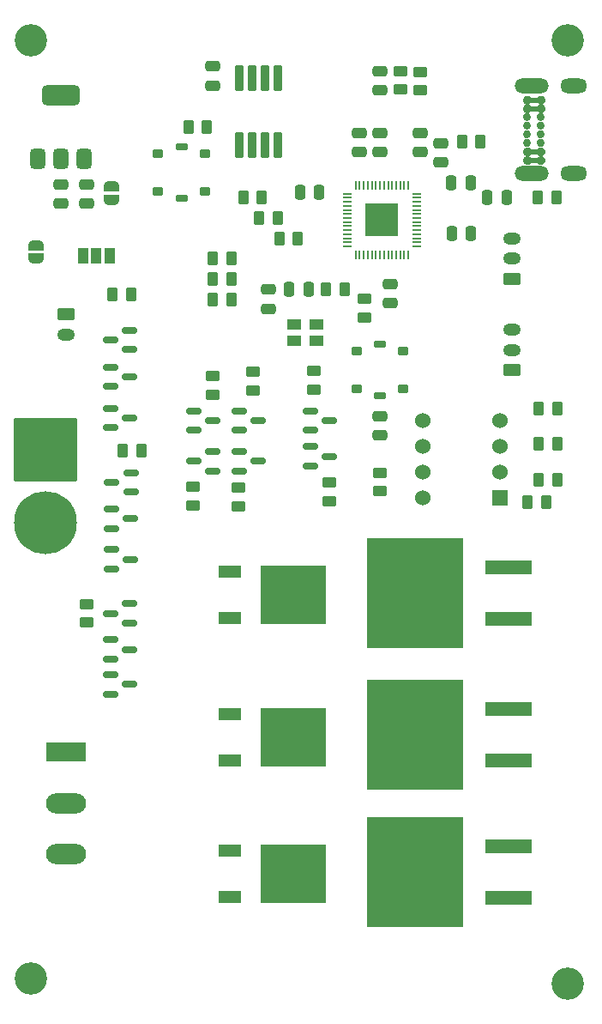
<source format=gts>
%TF.GenerationSoftware,KiCad,Pcbnew,8.0.5*%
%TF.CreationDate,2024-11-27T15:50:39+01:00*%
%TF.ProjectId,escPCB,65736350-4342-42e6-9b69-6361645f7063,rev?*%
%TF.SameCoordinates,Original*%
%TF.FileFunction,Soldermask,Top*%
%TF.FilePolarity,Negative*%
%FSLAX46Y46*%
G04 Gerber Fmt 4.6, Leading zero omitted, Abs format (unit mm)*
G04 Created by KiCad (PCBNEW 8.0.5) date 2024-11-27 15:50:39*
%MOMM*%
%LPD*%
G01*
G04 APERTURE LIST*
G04 Aperture macros list*
%AMRoundRect*
0 Rectangle with rounded corners*
0 $1 Rounding radius*
0 $2 $3 $4 $5 $6 $7 $8 $9 X,Y pos of 4 corners*
0 Add a 4 corners polygon primitive as box body*
4,1,4,$2,$3,$4,$5,$6,$7,$8,$9,$2,$3,0*
0 Add four circle primitives for the rounded corners*
1,1,$1+$1,$2,$3*
1,1,$1+$1,$4,$5*
1,1,$1+$1,$6,$7*
1,1,$1+$1,$8,$9*
0 Add four rect primitives between the rounded corners*
20,1,$1+$1,$2,$3,$4,$5,0*
20,1,$1+$1,$4,$5,$6,$7,0*
20,1,$1+$1,$6,$7,$8,$9,0*
20,1,$1+$1,$8,$9,$2,$3,0*%
%AMFreePoly0*
4,1,19,0.000000,0.744911,0.071157,0.744911,0.207708,0.704816,0.327430,0.627875,0.420627,0.520320,0.479746,0.390866,0.500000,0.250000,0.500000,-0.250000,0.479746,-0.390866,0.420627,-0.520320,0.327430,-0.627875,0.207708,-0.704816,0.071157,-0.744911,0.000000,-0.744911,0.000000,-0.750000,-0.500000,-0.750000,-0.500000,0.750000,0.000000,0.750000,0.000000,0.744911,0.000000,0.744911,
$1*%
%AMFreePoly1*
4,1,19,0.500000,-0.750000,0.000000,-0.750000,0.000000,-0.744911,-0.071157,-0.744911,-0.207708,-0.704816,-0.327430,-0.627875,-0.420627,-0.520320,-0.479746,-0.390866,-0.500000,-0.250000,-0.500000,0.250000,-0.479746,0.390866,-0.420627,0.520320,-0.327430,0.627875,-0.207708,0.704816,-0.071157,0.744911,0.000000,0.744911,0.000000,0.750000,0.500000,0.750000,0.500000,-0.750000,0.500000,-0.750000,
$1*%
G04 Aperture macros list end*
%ADD10C,0.387500*%
%ADD11C,0.010000*%
%ADD12RoundRect,0.250000X0.475000X-0.250000X0.475000X0.250000X-0.475000X0.250000X-0.475000X-0.250000X0*%
%ADD13R,1.400000X1.100000*%
%ADD14RoundRect,0.102000X-0.300000X-1.143000X0.300000X-1.143000X0.300000X1.143000X-0.300000X1.143000X0*%
%ADD15RoundRect,0.250000X-0.450000X0.262500X-0.450000X-0.262500X0.450000X-0.262500X0.450000X0.262500X0*%
%ADD16O,1.750000X1.200000*%
%ADD17RoundRect,0.250000X0.625000X-0.350000X0.625000X0.350000X-0.625000X0.350000X-0.625000X-0.350000X0*%
%ADD18RoundRect,0.250000X0.262500X0.450000X-0.262500X0.450000X-0.262500X-0.450000X0.262500X-0.450000X0*%
%ADD19RoundRect,0.150000X0.587500X0.150000X-0.587500X0.150000X-0.587500X-0.150000X0.587500X-0.150000X0*%
%ADD20RoundRect,0.250000X-0.262500X-0.450000X0.262500X-0.450000X0.262500X0.450000X-0.262500X0.450000X0*%
%ADD21RoundRect,0.102000X-0.500000X-0.225000X0.500000X-0.225000X0.500000X0.225000X-0.500000X0.225000X0*%
%ADD22RoundRect,0.102000X-0.400000X-0.300000X0.400000X-0.300000X0.400000X0.300000X-0.400000X0.300000X0*%
%ADD23RoundRect,0.250000X-0.250000X-0.475000X0.250000X-0.475000X0.250000X0.475000X-0.250000X0.475000X0*%
%ADD24RoundRect,0.150000X-0.587500X-0.150000X0.587500X-0.150000X0.587500X0.150000X-0.587500X0.150000X0*%
%ADD25RoundRect,0.250000X-0.475000X0.250000X-0.475000X-0.250000X0.475000X-0.250000X0.475000X0.250000X0*%
%ADD26FreePoly0,90.000000*%
%ADD27FreePoly1,90.000000*%
%ADD28RoundRect,0.250000X0.250000X0.475000X-0.250000X0.475000X-0.250000X-0.475000X0.250000X-0.475000X0*%
%ADD29R,2.200000X1.200000*%
%ADD30R,6.400000X5.800000*%
%ADD31R,1.000000X1.500000*%
%ADD32O,3.960000X1.980000*%
%ADD33R,3.960000X1.980000*%
%ADD34RoundRect,0.102000X-3.000000X3.000000X-3.000000X-3.000000X3.000000X-3.000000X3.000000X3.000000X0*%
%ADD35C,6.204000*%
%ADD36C,3.200000*%
%ADD37FreePoly0,270.000000*%
%ADD38FreePoly1,270.000000*%
%ADD39R,4.600000X1.350000*%
%ADD40R,9.500000X10.900000*%
%ADD41RoundRect,0.375000X0.375000X-0.625000X0.375000X0.625000X-0.375000X0.625000X-0.375000X-0.625000X0*%
%ADD42RoundRect,0.500000X1.400000X-0.500000X1.400000X0.500000X-1.400000X0.500000X-1.400000X-0.500000X0*%
%ADD43C,1.524000*%
%ADD44R,1.524000X1.524000*%
%ADD45R,3.200000X3.200000*%
%ADD46RoundRect,0.050000X-0.050000X-0.387500X0.050000X-0.387500X0.050000X0.387500X-0.050000X0.387500X0*%
%ADD47RoundRect,0.050000X-0.387500X-0.050000X0.387500X-0.050000X0.387500X0.050000X-0.387500X0.050000X0*%
%ADD48RoundRect,0.250000X-0.625000X0.350000X-0.625000X-0.350000X0.625000X-0.350000X0.625000X0.350000X0*%
%ADD49O,2.652400X1.452400*%
%ADD50O,3.352400X1.452400*%
G04 APERTURE END LIST*
D10*
%TO.C,J2*%
X112703750Y-60045000D02*
G75*
G02*
X112316250Y-60045000I-193750J0D01*
G01*
X112316250Y-60045000D02*
G75*
G02*
X112703750Y-60045000I193750J0D01*
G01*
X112703750Y-60895000D02*
G75*
G02*
X112316250Y-60895000I-193750J0D01*
G01*
X112316250Y-60895000D02*
G75*
G02*
X112703750Y-60895000I193750J0D01*
G01*
X112703750Y-61745000D02*
G75*
G02*
X112316250Y-61745000I-193750J0D01*
G01*
X112316250Y-61745000D02*
G75*
G02*
X112703750Y-61745000I193750J0D01*
G01*
X112703750Y-62595000D02*
G75*
G02*
X112316250Y-62595000I-193750J0D01*
G01*
X112316250Y-62595000D02*
G75*
G02*
X112703750Y-62595000I193750J0D01*
G01*
X114053750Y-60045000D02*
G75*
G02*
X113666250Y-60045000I-193750J0D01*
G01*
X113666250Y-60045000D02*
G75*
G02*
X114053750Y-60045000I193750J0D01*
G01*
X114053750Y-60895000D02*
G75*
G02*
X113666250Y-60895000I-193750J0D01*
G01*
X113666250Y-60895000D02*
G75*
G02*
X114053750Y-60895000I193750J0D01*
G01*
X114053750Y-61745000D02*
G75*
G02*
X113666250Y-61745000I-193750J0D01*
G01*
X113666250Y-61745000D02*
G75*
G02*
X114053750Y-61745000I193750J0D01*
G01*
X114053750Y-62595000D02*
G75*
G02*
X113666250Y-62595000I-193750J0D01*
G01*
X113666250Y-62595000D02*
G75*
G02*
X114053750Y-62595000I193750J0D01*
G01*
D11*
X113938000Y-57965000D02*
X114001000Y-57984000D01*
X114061000Y-58014000D01*
X114114000Y-58053000D01*
X114160000Y-58100000D01*
X114198000Y-58155000D01*
X114225000Y-58215000D01*
X114242000Y-58279000D01*
X114248000Y-58345000D01*
X114242000Y-58411000D01*
X114225000Y-58475000D01*
X114198000Y-58535000D01*
X114160000Y-58590000D01*
X114114000Y-58637000D01*
X114061000Y-58676000D01*
X114001000Y-58706000D01*
X113938000Y-58725000D01*
X113872000Y-58732000D01*
X113806000Y-58729000D01*
X113742000Y-58714000D01*
X113680000Y-58688000D01*
X113625000Y-58653000D01*
X113576000Y-58608000D01*
X113537000Y-58559000D01*
X112833380Y-58558500D01*
X112833000Y-58559000D01*
X112794000Y-58608000D01*
X112745000Y-58653000D01*
X112690000Y-58688000D01*
X112628000Y-58714000D01*
X112564000Y-58729000D01*
X112498000Y-58732000D01*
X112432000Y-58725000D01*
X112369000Y-58706000D01*
X112309000Y-58676000D01*
X112256000Y-58637000D01*
X112210000Y-58590000D01*
X112172000Y-58535000D01*
X112145000Y-58475000D01*
X112128000Y-58411000D01*
X112122000Y-58345000D01*
X112128000Y-58279000D01*
X112145000Y-58215000D01*
X112172000Y-58155000D01*
X112210000Y-58100000D01*
X112256000Y-58053000D01*
X112309000Y-58014000D01*
X112369000Y-57984000D01*
X112432000Y-57965000D01*
X112498000Y-57958000D01*
X112564000Y-57961000D01*
X112628000Y-57976000D01*
X112690000Y-58002000D01*
X112745000Y-58037000D01*
X112794000Y-58082000D01*
X112833000Y-58132000D01*
X113537000Y-58132000D01*
X113576000Y-58082000D01*
X113625000Y-58037000D01*
X113680000Y-58002000D01*
X113742000Y-57976000D01*
X113806000Y-57961000D01*
X113872000Y-57958000D01*
X113938000Y-57965000D01*
G36*
X113938000Y-57965000D02*
G01*
X114001000Y-57984000D01*
X114061000Y-58014000D01*
X114114000Y-58053000D01*
X114160000Y-58100000D01*
X114198000Y-58155000D01*
X114225000Y-58215000D01*
X114242000Y-58279000D01*
X114248000Y-58345000D01*
X114242000Y-58411000D01*
X114225000Y-58475000D01*
X114198000Y-58535000D01*
X114160000Y-58590000D01*
X114114000Y-58637000D01*
X114061000Y-58676000D01*
X114001000Y-58706000D01*
X113938000Y-58725000D01*
X113872000Y-58732000D01*
X113806000Y-58729000D01*
X113742000Y-58714000D01*
X113680000Y-58688000D01*
X113625000Y-58653000D01*
X113576000Y-58608000D01*
X113537000Y-58559000D01*
X112833380Y-58558500D01*
X112833000Y-58559000D01*
X112794000Y-58608000D01*
X112745000Y-58653000D01*
X112690000Y-58688000D01*
X112628000Y-58714000D01*
X112564000Y-58729000D01*
X112498000Y-58732000D01*
X112432000Y-58725000D01*
X112369000Y-58706000D01*
X112309000Y-58676000D01*
X112256000Y-58637000D01*
X112210000Y-58590000D01*
X112172000Y-58535000D01*
X112145000Y-58475000D01*
X112128000Y-58411000D01*
X112122000Y-58345000D01*
X112128000Y-58279000D01*
X112145000Y-58215000D01*
X112172000Y-58155000D01*
X112210000Y-58100000D01*
X112256000Y-58053000D01*
X112309000Y-58014000D01*
X112369000Y-57984000D01*
X112432000Y-57965000D01*
X112498000Y-57958000D01*
X112564000Y-57961000D01*
X112628000Y-57976000D01*
X112690000Y-58002000D01*
X112745000Y-58037000D01*
X112794000Y-58082000D01*
X112833000Y-58132000D01*
X113537000Y-58132000D01*
X113576000Y-58082000D01*
X113625000Y-58037000D01*
X113680000Y-58002000D01*
X113742000Y-57976000D01*
X113806000Y-57961000D01*
X113872000Y-57958000D01*
X113938000Y-57965000D01*
G37*
X113938000Y-63915000D02*
X114001000Y-63934000D01*
X114061000Y-63964000D01*
X114114000Y-64003000D01*
X114160000Y-64050000D01*
X114198000Y-64105000D01*
X114225000Y-64165000D01*
X114242000Y-64229000D01*
X114248000Y-64295000D01*
X114242000Y-64361000D01*
X114225000Y-64425000D01*
X114198000Y-64485000D01*
X114160000Y-64540000D01*
X114114000Y-64587000D01*
X114061000Y-64626000D01*
X114001000Y-64656000D01*
X113938000Y-64675000D01*
X113872000Y-64682000D01*
X113806000Y-64679000D01*
X113742000Y-64664000D01*
X113680000Y-64638000D01*
X113625000Y-64603000D01*
X113576000Y-64558000D01*
X113537000Y-64508000D01*
X112833380Y-64508500D01*
X112833000Y-64508000D01*
X112794000Y-64558000D01*
X112745000Y-64603000D01*
X112690000Y-64638000D01*
X112628000Y-64664000D01*
X112564000Y-64679000D01*
X112498000Y-64682000D01*
X112432000Y-64675000D01*
X112369000Y-64656000D01*
X112309000Y-64626000D01*
X112256000Y-64587000D01*
X112210000Y-64540000D01*
X112172000Y-64485000D01*
X112145000Y-64425000D01*
X112128000Y-64361000D01*
X112122000Y-64295000D01*
X112128000Y-64229000D01*
X112145000Y-64165000D01*
X112172000Y-64105000D01*
X112210000Y-64050000D01*
X112256000Y-64003000D01*
X112309000Y-63964000D01*
X112369000Y-63934000D01*
X112432000Y-63915000D01*
X112498000Y-63908000D01*
X112564000Y-63911000D01*
X112628000Y-63926000D01*
X112690000Y-63952000D01*
X112745000Y-63987000D01*
X112794000Y-64032000D01*
X112833000Y-64081000D01*
X113537000Y-64081000D01*
X113576000Y-64032000D01*
X113625000Y-63987000D01*
X113680000Y-63952000D01*
X113742000Y-63926000D01*
X113806000Y-63911000D01*
X113872000Y-63908000D01*
X113938000Y-63915000D01*
G36*
X113938000Y-63915000D02*
G01*
X114001000Y-63934000D01*
X114061000Y-63964000D01*
X114114000Y-64003000D01*
X114160000Y-64050000D01*
X114198000Y-64105000D01*
X114225000Y-64165000D01*
X114242000Y-64229000D01*
X114248000Y-64295000D01*
X114242000Y-64361000D01*
X114225000Y-64425000D01*
X114198000Y-64485000D01*
X114160000Y-64540000D01*
X114114000Y-64587000D01*
X114061000Y-64626000D01*
X114001000Y-64656000D01*
X113938000Y-64675000D01*
X113872000Y-64682000D01*
X113806000Y-64679000D01*
X113742000Y-64664000D01*
X113680000Y-64638000D01*
X113625000Y-64603000D01*
X113576000Y-64558000D01*
X113537000Y-64508000D01*
X112833380Y-64508500D01*
X112833000Y-64508000D01*
X112794000Y-64558000D01*
X112745000Y-64603000D01*
X112690000Y-64638000D01*
X112628000Y-64664000D01*
X112564000Y-64679000D01*
X112498000Y-64682000D01*
X112432000Y-64675000D01*
X112369000Y-64656000D01*
X112309000Y-64626000D01*
X112256000Y-64587000D01*
X112210000Y-64540000D01*
X112172000Y-64485000D01*
X112145000Y-64425000D01*
X112128000Y-64361000D01*
X112122000Y-64295000D01*
X112128000Y-64229000D01*
X112145000Y-64165000D01*
X112172000Y-64105000D01*
X112210000Y-64050000D01*
X112256000Y-64003000D01*
X112309000Y-63964000D01*
X112369000Y-63934000D01*
X112432000Y-63915000D01*
X112498000Y-63908000D01*
X112564000Y-63911000D01*
X112628000Y-63926000D01*
X112690000Y-63952000D01*
X112745000Y-63987000D01*
X112794000Y-64032000D01*
X112833000Y-64081000D01*
X113537000Y-64081000D01*
X113576000Y-64032000D01*
X113625000Y-63987000D01*
X113680000Y-63952000D01*
X113742000Y-63926000D01*
X113806000Y-63911000D01*
X113872000Y-63908000D01*
X113938000Y-63915000D01*
G37*
X113938000Y-58815000D02*
X114001000Y-58834000D01*
X114061000Y-58864000D01*
X114114000Y-58903000D01*
X114160000Y-58950000D01*
X114198000Y-59005000D01*
X114225000Y-59065000D01*
X114242000Y-59129000D01*
X114248000Y-59195000D01*
X114242000Y-59261000D01*
X114225000Y-59325000D01*
X114198000Y-59385000D01*
X114160000Y-59440000D01*
X114114000Y-59487000D01*
X114061000Y-59526000D01*
X114001000Y-59556000D01*
X113938000Y-59575000D01*
X113872000Y-59582000D01*
X113806000Y-59579000D01*
X113742000Y-59564000D01*
X113680000Y-59538000D01*
X113625000Y-59503000D01*
X113576000Y-59458000D01*
X113537000Y-59409000D01*
X112833000Y-59409000D01*
X112794000Y-59458000D01*
X112745000Y-59503000D01*
X112690000Y-59538000D01*
X112628000Y-59564000D01*
X112564000Y-59579000D01*
X112498000Y-59582000D01*
X112432000Y-59575000D01*
X112369000Y-59556000D01*
X112309000Y-59526000D01*
X112256000Y-59487000D01*
X112210000Y-59440000D01*
X112172000Y-59385000D01*
X112145000Y-59325000D01*
X112128000Y-59261000D01*
X112122000Y-59195000D01*
X112128000Y-59129000D01*
X112145000Y-59065000D01*
X112172000Y-59005000D01*
X112210000Y-58950000D01*
X112256000Y-58903000D01*
X112309000Y-58864000D01*
X112369000Y-58834000D01*
X112432000Y-58815000D01*
X112498000Y-58808000D01*
X112564000Y-58811000D01*
X112628000Y-58826000D01*
X112690000Y-58852000D01*
X112745000Y-58887000D01*
X112794000Y-58932000D01*
X112833000Y-58982000D01*
X113537000Y-58982000D01*
X113536620Y-58981500D01*
X113576000Y-58932000D01*
X113625000Y-58887000D01*
X113680000Y-58852000D01*
X113742000Y-58826000D01*
X113806000Y-58811000D01*
X113872000Y-58808000D01*
X113938000Y-58815000D01*
G36*
X113938000Y-58815000D02*
G01*
X114001000Y-58834000D01*
X114061000Y-58864000D01*
X114114000Y-58903000D01*
X114160000Y-58950000D01*
X114198000Y-59005000D01*
X114225000Y-59065000D01*
X114242000Y-59129000D01*
X114248000Y-59195000D01*
X114242000Y-59261000D01*
X114225000Y-59325000D01*
X114198000Y-59385000D01*
X114160000Y-59440000D01*
X114114000Y-59487000D01*
X114061000Y-59526000D01*
X114001000Y-59556000D01*
X113938000Y-59575000D01*
X113872000Y-59582000D01*
X113806000Y-59579000D01*
X113742000Y-59564000D01*
X113680000Y-59538000D01*
X113625000Y-59503000D01*
X113576000Y-59458000D01*
X113537000Y-59409000D01*
X112833000Y-59409000D01*
X112794000Y-59458000D01*
X112745000Y-59503000D01*
X112690000Y-59538000D01*
X112628000Y-59564000D01*
X112564000Y-59579000D01*
X112498000Y-59582000D01*
X112432000Y-59575000D01*
X112369000Y-59556000D01*
X112309000Y-59526000D01*
X112256000Y-59487000D01*
X112210000Y-59440000D01*
X112172000Y-59385000D01*
X112145000Y-59325000D01*
X112128000Y-59261000D01*
X112122000Y-59195000D01*
X112128000Y-59129000D01*
X112145000Y-59065000D01*
X112172000Y-59005000D01*
X112210000Y-58950000D01*
X112256000Y-58903000D01*
X112309000Y-58864000D01*
X112369000Y-58834000D01*
X112432000Y-58815000D01*
X112498000Y-58808000D01*
X112564000Y-58811000D01*
X112628000Y-58826000D01*
X112690000Y-58852000D01*
X112745000Y-58887000D01*
X112794000Y-58932000D01*
X112833000Y-58982000D01*
X113537000Y-58982000D01*
X113536620Y-58981500D01*
X113576000Y-58932000D01*
X113625000Y-58887000D01*
X113680000Y-58852000D01*
X113742000Y-58826000D01*
X113806000Y-58811000D01*
X113872000Y-58808000D01*
X113938000Y-58815000D01*
G37*
X113938000Y-63065000D02*
X114001000Y-63084000D01*
X114061000Y-63114000D01*
X114114000Y-63153000D01*
X114160000Y-63200000D01*
X114198000Y-63255000D01*
X114225000Y-63315000D01*
X114242000Y-63379000D01*
X114248000Y-63445000D01*
X114242000Y-63511000D01*
X114225000Y-63575000D01*
X114198000Y-63635000D01*
X114160000Y-63690000D01*
X114114000Y-63737000D01*
X114061000Y-63776000D01*
X114001000Y-63806000D01*
X113938000Y-63825000D01*
X113872000Y-63832000D01*
X113806000Y-63829000D01*
X113742000Y-63814000D01*
X113680000Y-63788000D01*
X113625000Y-63753000D01*
X113576000Y-63708000D01*
X113537000Y-63658000D01*
X112833000Y-63658000D01*
X112794000Y-63708000D01*
X112745000Y-63753000D01*
X112690000Y-63788000D01*
X112628000Y-63814000D01*
X112564000Y-63829000D01*
X112498000Y-63832000D01*
X112432000Y-63825000D01*
X112369000Y-63806000D01*
X112309000Y-63776000D01*
X112256000Y-63737000D01*
X112210000Y-63690000D01*
X112172000Y-63635000D01*
X112145000Y-63575000D01*
X112128000Y-63511000D01*
X112122000Y-63445000D01*
X112128000Y-63379000D01*
X112145000Y-63315000D01*
X112172000Y-63255000D01*
X112210000Y-63200000D01*
X112256000Y-63153000D01*
X112309000Y-63114000D01*
X112369000Y-63084000D01*
X112432000Y-63065000D01*
X112498000Y-63058000D01*
X112564000Y-63061000D01*
X112628000Y-63076000D01*
X112690000Y-63102000D01*
X112745000Y-63137000D01*
X112794000Y-63182000D01*
X112833000Y-63231000D01*
X113537000Y-63231000D01*
X113536620Y-63231500D01*
X113576000Y-63182000D01*
X113625000Y-63137000D01*
X113680000Y-63102000D01*
X113742000Y-63076000D01*
X113806000Y-63061000D01*
X113872000Y-63058000D01*
X113938000Y-63065000D01*
G36*
X113938000Y-63065000D02*
G01*
X114001000Y-63084000D01*
X114061000Y-63114000D01*
X114114000Y-63153000D01*
X114160000Y-63200000D01*
X114198000Y-63255000D01*
X114225000Y-63315000D01*
X114242000Y-63379000D01*
X114248000Y-63445000D01*
X114242000Y-63511000D01*
X114225000Y-63575000D01*
X114198000Y-63635000D01*
X114160000Y-63690000D01*
X114114000Y-63737000D01*
X114061000Y-63776000D01*
X114001000Y-63806000D01*
X113938000Y-63825000D01*
X113872000Y-63832000D01*
X113806000Y-63829000D01*
X113742000Y-63814000D01*
X113680000Y-63788000D01*
X113625000Y-63753000D01*
X113576000Y-63708000D01*
X113537000Y-63658000D01*
X112833000Y-63658000D01*
X112794000Y-63708000D01*
X112745000Y-63753000D01*
X112690000Y-63788000D01*
X112628000Y-63814000D01*
X112564000Y-63829000D01*
X112498000Y-63832000D01*
X112432000Y-63825000D01*
X112369000Y-63806000D01*
X112309000Y-63776000D01*
X112256000Y-63737000D01*
X112210000Y-63690000D01*
X112172000Y-63635000D01*
X112145000Y-63575000D01*
X112128000Y-63511000D01*
X112122000Y-63445000D01*
X112128000Y-63379000D01*
X112145000Y-63315000D01*
X112172000Y-63255000D01*
X112210000Y-63200000D01*
X112256000Y-63153000D01*
X112309000Y-63114000D01*
X112369000Y-63084000D01*
X112432000Y-63065000D01*
X112498000Y-63058000D01*
X112564000Y-63061000D01*
X112628000Y-63076000D01*
X112690000Y-63102000D01*
X112745000Y-63137000D01*
X112794000Y-63182000D01*
X112833000Y-63231000D01*
X113537000Y-63231000D01*
X113536620Y-63231500D01*
X113576000Y-63182000D01*
X113625000Y-63137000D01*
X113680000Y-63102000D01*
X113742000Y-63076000D01*
X113806000Y-63061000D01*
X113872000Y-63058000D01*
X113938000Y-63065000D01*
G37*
%TD*%
D12*
%TO.C,C13*%
X96000000Y-61600000D03*
X96000000Y-63500000D03*
%TD*%
D13*
%TO.C,X1*%
X89500000Y-80500000D03*
X91700000Y-80500000D03*
X91700000Y-82100002D03*
X89500000Y-82100002D03*
%TD*%
D14*
%TO.C,IC1*%
X84095000Y-56170000D03*
X85365000Y-56170000D03*
X86635000Y-56170000D03*
X87905000Y-56170000D03*
X87905000Y-62830000D03*
X86635000Y-62830000D03*
X85365000Y-62830000D03*
X84095000Y-62830000D03*
%TD*%
D15*
%TO.C,R15*%
X91500000Y-86912500D03*
X91500000Y-85087500D03*
%TD*%
D16*
%TO.C,J4*%
X111050000Y-72000000D03*
X111050000Y-74000000D03*
D17*
X111050000Y-76000000D03*
%TD*%
D18*
%TO.C,R7*%
X81490232Y-74010732D03*
X83315232Y-74010732D03*
%TD*%
D19*
%TO.C,Q8*%
X71527732Y-96060732D03*
X73402732Y-95110732D03*
X73402732Y-97010732D03*
%TD*%
D18*
%TO.C,R9*%
X81490232Y-78010732D03*
X83315232Y-78010732D03*
%TD*%
D20*
%TO.C,R23*%
X115500000Y-88810000D03*
X113675000Y-88810000D03*
%TD*%
D19*
%TO.C,Q10*%
X79625000Y-94000000D03*
X81500000Y-93050000D03*
X81500000Y-94950000D03*
%TD*%
D21*
%TO.C,S1*%
X98000000Y-87525000D03*
X98000000Y-82475000D03*
D22*
X100300000Y-83150000D03*
X100300000Y-86850000D03*
X95700000Y-83150000D03*
X95700000Y-86850000D03*
%TD*%
D23*
%TO.C,C10*%
X110500000Y-68000000D03*
X108600000Y-68000000D03*
%TD*%
D19*
%TO.C,Q9*%
X71402732Y-109010732D03*
X73277732Y-108060732D03*
X73277732Y-109960732D03*
%TD*%
D15*
%TO.C,R26*%
X96500000Y-79825000D03*
X96500000Y-78000000D03*
%TD*%
D21*
%TO.C,S2*%
X78402732Y-68035732D03*
X78402732Y-62985732D03*
D22*
X80702732Y-63660732D03*
X80702732Y-67360732D03*
X76102732Y-63660732D03*
X76102732Y-67360732D03*
%TD*%
D15*
%TO.C,R10*%
X79500000Y-98325000D03*
X79500000Y-96500000D03*
%TD*%
%TO.C,R20*%
X102000000Y-57412500D03*
X102000000Y-55587500D03*
%TD*%
D20*
%TO.C,R17*%
X107912500Y-62500000D03*
X106087500Y-62500000D03*
%TD*%
D18*
%TO.C,R18*%
X113587500Y-68000000D03*
X115412500Y-68000000D03*
%TD*%
D20*
%TO.C,R16*%
X94500000Y-77000000D03*
X92675000Y-77000000D03*
%TD*%
D18*
%TO.C,R5*%
X72587500Y-92912500D03*
X74412500Y-92912500D03*
%TD*%
D24*
%TO.C,Q14*%
X86000000Y-90000000D03*
X84125000Y-90950000D03*
X84125000Y-89050000D03*
%TD*%
%TO.C,Q6*%
X73277732Y-112560732D03*
X71402732Y-113510732D03*
X71402732Y-111610732D03*
%TD*%
D25*
%TO.C,C4*%
X69000000Y-68600000D03*
X69000000Y-66700000D03*
%TD*%
D24*
%TO.C,Q11*%
X86000000Y-94000000D03*
X84125000Y-94950000D03*
X84125000Y-93050000D03*
%TD*%
D19*
%TO.C,Q7*%
X71365000Y-82010732D03*
X73240000Y-81060732D03*
X73240000Y-82960732D03*
%TD*%
D24*
%TO.C,Q3*%
X73277732Y-116010732D03*
X71402732Y-116960732D03*
X71402732Y-115060732D03*
%TD*%
D18*
%TO.C,R24*%
X112587500Y-98000000D03*
X114412500Y-98000000D03*
%TD*%
D24*
%TO.C,Q4*%
X73240000Y-85670000D03*
X71365000Y-86620000D03*
X71365000Y-84720000D03*
%TD*%
D26*
%TO.C,JP1*%
X64000000Y-72700000D03*
D27*
X64000000Y-74000000D03*
%TD*%
D28*
%TO.C,C8*%
X89050000Y-77000000D03*
X90950000Y-77000000D03*
%TD*%
D20*
%TO.C,R22*%
X115500000Y-92310000D03*
X113675000Y-92310000D03*
%TD*%
D15*
%TO.C,R6*%
X69000000Y-109912500D03*
X69000000Y-108087500D03*
%TD*%
D25*
%TO.C,C6*%
X81500000Y-56950000D03*
X81500000Y-55050000D03*
%TD*%
D29*
%TO.C,AH1*%
X83150000Y-109460000D03*
D30*
X89450000Y-107180000D03*
D29*
X83150000Y-104900000D03*
%TD*%
D31*
%TO.C,JP3*%
X71300000Y-73700000D03*
X70000000Y-73700000D03*
X68700000Y-73700000D03*
%TD*%
D15*
%TO.C,R13*%
X85500000Y-87000000D03*
X85500000Y-85175000D03*
%TD*%
D23*
%TO.C,C11*%
X107000000Y-71500000D03*
X105100000Y-71500000D03*
%TD*%
D12*
%TO.C,C2*%
X98000000Y-61600000D03*
X98000000Y-63500000D03*
%TD*%
D15*
%TO.C,R19*%
X100000000Y-57325000D03*
X100000000Y-55500000D03*
%TD*%
D29*
%TO.C,CH1*%
X83150000Y-136960000D03*
D30*
X89450000Y-134680000D03*
D29*
X83150000Y-132400000D03*
%TD*%
D28*
%TO.C,C3*%
X90100000Y-67500000D03*
X92000000Y-67500000D03*
%TD*%
D18*
%TO.C,R4*%
X71587500Y-77500000D03*
X73412500Y-77500000D03*
%TD*%
D32*
%TO.C,J1*%
X67000000Y-132705000D03*
X67000000Y-127705000D03*
D33*
X67000000Y-122705000D03*
%TD*%
D29*
%TO.C,BH1*%
X83150000Y-123520000D03*
D30*
X89450000Y-121240000D03*
D29*
X83150000Y-118960000D03*
%TD*%
D24*
%TO.C,Q1*%
X73252500Y-89732500D03*
X71377500Y-90682500D03*
X71377500Y-88782500D03*
%TD*%
D15*
%TO.C,R25*%
X98000000Y-96962500D03*
X98000000Y-95137500D03*
%TD*%
D18*
%TO.C,R2*%
X86077732Y-70010732D03*
X87902732Y-70010732D03*
%TD*%
D34*
%TO.C,J3*%
X65000000Y-92900000D03*
D35*
X65000000Y-100100000D03*
%TD*%
D12*
%TO.C,C12*%
X98000000Y-55500000D03*
X98000000Y-57400000D03*
%TD*%
D15*
%TO.C,R14*%
X81500000Y-87412500D03*
X81500000Y-85587500D03*
%TD*%
D20*
%TO.C,R27*%
X80912500Y-61000000D03*
X79087500Y-61000000D03*
%TD*%
D36*
%TO.C,H3*%
X63500000Y-145000000D03*
%TD*%
D18*
%TO.C,R3*%
X88077732Y-72010732D03*
X89902732Y-72010732D03*
%TD*%
D15*
%TO.C,R11*%
X84000000Y-98412500D03*
X84000000Y-96587500D03*
%TD*%
D18*
%TO.C,R1*%
X84490232Y-68010732D03*
X86315232Y-68010732D03*
%TD*%
D37*
%TO.C,JP2*%
X71500000Y-68200000D03*
D38*
X71500000Y-66900000D03*
%TD*%
D36*
%TO.C,H4*%
X116500000Y-145500000D03*
%TD*%
%TO.C,H1*%
X63500000Y-52500000D03*
%TD*%
D39*
%TO.C,CL1*%
X110650000Y-131960000D03*
D40*
X101500000Y-134500000D03*
D39*
X110650000Y-137040000D03*
%TD*%
D41*
%TO.C,U2*%
X68800000Y-64200000D03*
D42*
X66500000Y-57900000D03*
D41*
X66500000Y-64200000D03*
X64200000Y-64200000D03*
%TD*%
D12*
%TO.C,C15*%
X102000000Y-61600000D03*
X102000000Y-63500000D03*
%TD*%
D43*
%TO.C,CR1*%
X102190000Y-97620000D03*
X102190000Y-95080000D03*
X102190000Y-92540000D03*
X102190000Y-90000000D03*
X109810000Y-90000000D03*
X109810000Y-92540000D03*
X109810000Y-95080000D03*
D44*
X109810000Y-97620000D03*
%TD*%
D24*
%TO.C,Q5*%
X73365000Y-99670000D03*
X71490000Y-100620000D03*
X71490000Y-98720000D03*
%TD*%
D20*
%TO.C,R21*%
X115500000Y-95810000D03*
X113675000Y-95810000D03*
%TD*%
D25*
%TO.C,C5*%
X66500000Y-68600000D03*
X66500000Y-66700000D03*
%TD*%
D45*
%TO.C,U1*%
X98200000Y-70200000D03*
D46*
X95600000Y-66762500D03*
X96000000Y-66762500D03*
X96400000Y-66762500D03*
X96800000Y-66762500D03*
X97200000Y-66762500D03*
X97600000Y-66762500D03*
X98000000Y-66762500D03*
X98400000Y-66762500D03*
X98800000Y-66762500D03*
X99200000Y-66762500D03*
X99600000Y-66762500D03*
X100000000Y-66762500D03*
X100400000Y-66762500D03*
X100800000Y-66762500D03*
D47*
X101637500Y-67600000D03*
X101637500Y-68000000D03*
X101637500Y-68400000D03*
X101637500Y-68800000D03*
X101637500Y-69200000D03*
X101637500Y-69600000D03*
X101637500Y-70000000D03*
X101637500Y-70400000D03*
X101637500Y-70800000D03*
X101637500Y-71200000D03*
X101637500Y-71600000D03*
X101637500Y-72000000D03*
X101637500Y-72400000D03*
X101637500Y-72800000D03*
D46*
X100800000Y-73637500D03*
X100400000Y-73637500D03*
X100000000Y-73637500D03*
X99600000Y-73637500D03*
X99200000Y-73637500D03*
X98800000Y-73637500D03*
X98400000Y-73637500D03*
X98000000Y-73637500D03*
X97600000Y-73637500D03*
X97200000Y-73637500D03*
X96800000Y-73637500D03*
X96400000Y-73637500D03*
X96000000Y-73637500D03*
X95600000Y-73637500D03*
D47*
X94762500Y-72800000D03*
X94762500Y-72400000D03*
X94762500Y-72000000D03*
X94762500Y-71600000D03*
X94762500Y-71200000D03*
X94762500Y-70800000D03*
X94762500Y-70400000D03*
X94762500Y-70000000D03*
X94762500Y-69600000D03*
X94762500Y-69200000D03*
X94762500Y-68800000D03*
X94762500Y-68400000D03*
X94762500Y-68000000D03*
X94762500Y-67600000D03*
%TD*%
D15*
%TO.C,R12*%
X93000000Y-97912500D03*
X93000000Y-96087500D03*
%TD*%
D23*
%TO.C,C9*%
X106950000Y-66500000D03*
X105050000Y-66500000D03*
%TD*%
D24*
%TO.C,Q13*%
X81500000Y-90000000D03*
X79625000Y-90950000D03*
X79625000Y-89050000D03*
%TD*%
D36*
%TO.C,H2*%
X116500000Y-52500000D03*
%TD*%
D18*
%TO.C,R8*%
X81490232Y-76010732D03*
X83315232Y-76010732D03*
%TD*%
D24*
%TO.C,Q15*%
X93000000Y-90000000D03*
X91125000Y-90950000D03*
X91125000Y-89050000D03*
%TD*%
D39*
%TO.C,BL1*%
X110650000Y-118460000D03*
D40*
X101500000Y-121000000D03*
D39*
X110650000Y-123540000D03*
%TD*%
D12*
%TO.C,C7*%
X87000000Y-77050000D03*
X87000000Y-78950000D03*
%TD*%
D39*
%TO.C,AL1*%
X110650000Y-104460000D03*
D40*
X101500000Y-107000000D03*
D39*
X110650000Y-109540000D03*
%TD*%
D16*
%TO.C,J6*%
X67000000Y-81500000D03*
D48*
X67000000Y-79500000D03*
%TD*%
D25*
%TO.C,C14*%
X99000000Y-78400000D03*
X99000000Y-76500000D03*
%TD*%
D16*
%TO.C,J5*%
X111050000Y-81000000D03*
X111050000Y-83000000D03*
D17*
X111050000Y-85000000D03*
%TD*%
D24*
%TO.C,Q2*%
X73365000Y-103670000D03*
X71490000Y-104620000D03*
X71490000Y-102720000D03*
%TD*%
%TO.C,Q12*%
X93000000Y-93500000D03*
X91125000Y-94450000D03*
X91125000Y-92550000D03*
%TD*%
D12*
%TO.C,C1*%
X104000000Y-62600000D03*
X104000000Y-64500000D03*
%TD*%
%TO.C,C16*%
X98000000Y-89550000D03*
X98000000Y-91450000D03*
%TD*%
D49*
%TO.C,J2*%
X117160000Y-65640000D03*
X117160000Y-57000000D03*
D50*
X113010000Y-65640000D03*
X113010000Y-57000000D03*
%TD*%
M02*

</source>
